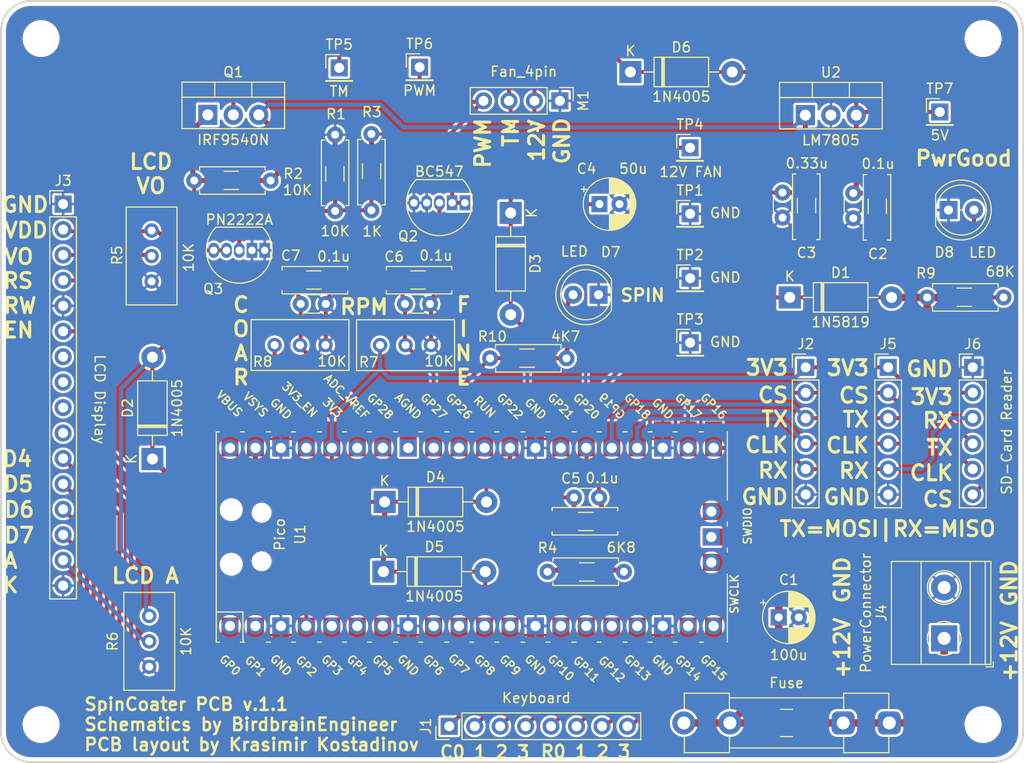
<source format=kicad_pcb>
(kicad_pcb (version 20240108) (generator "pcbnew") (generator_version "8.0")
  (title_block (title "Spin Coater") (date "2025-08-23") (rev "1.0") (company "Kicad layout by Krasimir Kostadinov") (comment 1 "Schematics by BirdbrainEngineer"))
  (layers (0 "F.Cu" signal) (31 "B.Cu" signal) (34 "B.Paste" user) (35 "F.Paste" user) (36 "B.SilkS" user "B.Silkscreen") (37 "F.SilkS" user "F.Silkscreen") (38 "B.Mask" user) (39 "F.Mask" user) (44 "Edge.Cuts" user))
  (net 0 "")
  (net 15 "GND")
  (net 16 "+12V")
  (net 17 "KEY_R2")
  (net 18 "KEY_R3")
  (net 19 "KEY_R0")
  (net 20 "KEY_C0")
  (net 21 "KEY_C3")
  (net 22 "KEY_R1")
  (net 23 "KEY_C2")
  (net 24 "KEY_C1")
  (net 25 "SPI0_CLK")
  (net 26 "SPI0_RX")
  (net 27 "SPI0_TX")
  (net 28 "SPI0_CS")
  (net 29 "+3.3V")
  (net 30 "LCD_D6")
  (net 31 "LCD_D4")
  (net 32 "LCD_EN")
  (net 33 "LCD_D5")
  (net 34 "LCD_D7")
  (net 35 "LCD_RS")
  (net 36 "FAN_PWM")
  (net 37 "FAN_TMETER")
  (net 38 "MANUAL_RPM_FINE")
  (net 39 "MANUAL_RPM_COARSE")
  (net 40 "FAN_EN")
  (net 41 "Net-(D8-A)")
  (net 42 "+5V")
  (net 43 "12V FAN")
  (net 44 "Net-(Q2-B)")
  (net 45 "VSYS")
  (net 46 "TMETER_OUT")
  (net 47 "Net-(D7-A)")
  (net 48 "LCD_A")
  (net 49 "LCD_VDD")
  (net 50 "LCD_VO")
  (net 51 "12V_LINE_IN")
  (net 52 "PWM_IN")
  (net 53 "Net-(Q1-G)")
  (net 54 "Net-(Q3-B)")
  (net 55 "Net-(U1-GPIO26_ADC0)")
  (net 56 "Vin")
  (footprint "Potentiometer_THT:Potentiometer_Bourns_3296W_Vertical" (layer "F.Cu") (at 97.73 84.42 -90)
    (property "Reference" "R5")
    (property "Value" "10K")
  )
  (footprint "BirdbrainSpinCoater:DualFootprint_R1206_Axial7.62" (layer "F.Cu") (at 141.15 113.43 180)
    (property "Reference" "R4")
    (property "Value" "6K8")
  )
  (footprint "Connector_PinHeader_2.54mm:PinHeader_1x01_P2.54mm_Vertical" (layer "F.Cu") (at 176.38 67.5)
    (property "Reference" "TP7")
    (property "Value" "5V")
  )
  (footprint "Connector_PinHeader_2.54mm:PinHeader_1x06_P2.54mm_Vertical" (layer "F.Cu") (at 163 93)
    (property "Reference" "J2")
    (property "Value" "SD-Card Reader")
  )
  (footprint "Connector_PinHeader_2.54mm:PinHeader_1x04_P2.54mm_Vertical" (layer "F.Cu") (at 138.47 66.39 -90)
    (property "Reference" "M1")
    (property "Value" "Fan_4pin")
  )
  (footprint "BirdbrainSpinCoater:D_DO-41_SOD81_SOD123_P10.16mm_Horizontal" (layer "F.Cu") (at 120.98 106.44)
    (property "Reference" "D4")
    (property "Value" "1N4005")
  )
  (footprint "Connector_PinHeader_2.54mm:PinHeader_1x08_P2.54mm_Vertical" (layer "F.Cu") (at 127.43 128.84 90)
    (property "Reference" "J1")
    (property "Value" "Keyboard")
  )
  (footprint "BirdbrainSpinCoater:DualFootprint_R1206_Axial7.62" (layer "F.Cu") (at 135.22 92.08)
    (property "Reference" "R10")
    (property "Value" "4K7")
  )
  (footprint "BirdbrainSpinCoater:DualFootprint_R1206_Axial7.62" (layer "F.Cu") (at 178.83 86)
    (property "Reference" "R9")
    (property "Value" "68K")
  )
  (footprint "BirdbrainSpinCoater:D_DO-41_SOD81_SOD123_P10.16mm_Horizontal" (layer "F.Cu") (at 145.51 63.51)
    (property "Reference" "D6")
    (property "Value" "1N4005")
  )
  (footprint "Connector_PinHeader_2.54mm:PinHeader_1x01_P2.54mm_Vertical" (layer "F.Cu") (at 151.46 71.08)
    (property "Reference" "TP4")
    (property "Value" "12V FAN")
  )
  (footprint "BirdbrainSpinCoater:D_DO-41_SOD81_SOD123_P10.16mm_Horizontal" (layer "F.Cu") (at 133.56 77.58 -90)
    (property "Reference" "D3")
    (property "Value" "1N4005")
  )
  (footprint "Fuse:Fuseholder_Clip-5x20mm_Littelfuse_100_Inline_P20.50x4.60mm_D1.30mm_Horizontal" (layer "F.Cu") (at 171.34 128.51 180)
    (property "Reference" "F1" (hide yes))
    (property "Value" "Fuse")
  )
  (footprint "Potentiometer_THT:Potentiometer_Bourns_3296W_Vertical" (layer "F.Cu") (at 110 90.78 180)
    (property "Reference" "R8")
    (property "Value" "10K")
  )
  (footprint "Connector_PinHeader_2.54mm:PinHeader_1x06_P2.54mm_Vertical" (layer "F.Cu") (at 171.23 93)
    (property "Reference" "J5")
    (property "Value" "SD-Card Reader" (hide yes))
  )
  (footprint "BirdbrainSpinCoater:DualFootprint_C1206_Radial" (layer "F.Cu") (at 124.32 84.28)
    (property "Reference" "C6")
    (property "Value" "0.1u")
  )
  (footprint "BirdbrainSpinCoater:DualFootprint_C1206_Radial" (layer "F.Cu") (at 163.08 76.86 -90)
    (property "Reference" "C3")
    (property "Value" "0.33u")
  )
  (footprint "BirdbrainSpinCoater:DualFootprint_C1206_Radial" (layer "F.Cu") (at 170.14 76.92 -90)
    (property "Reference" "C2")
    (property "Value" "0.1u")
  )
  (footprint "MountingHole:MountingHole_3.2mm_M3" (layer "F.Cu") (at 86.7 128.67)
    (property "Reference" "H2" (hide yes))
    (property "Value" "MountingHole" (hide yes))
  )
  (footprint "Connector_PinHeader_2.54mm:PinHeader_1x01_P2.54mm_Vertical" (layer "F.Cu") (at 124.47 63.03)
    (property "Reference" "TP6")
    (property "Value" "PWM")
  )
  (footprint "BirdbrainSpinCoater:DualFootprint_C1206_Radial" (layer "F.Cu") (at 113.92 84.28)
    (property "Reference" "C7")
    (property "Value" "0.1u")
  )
  (footprint "Capacitor_THT:CP_Radial_D5.0mm_P2.00mm" (layer "F.Cu") (at 142.42 76.7)
    (property "Reference" "C4")
    (property "Value" "50u")
  )
  (footprint "Connector_PinHeader_2.54mm:PinHeader_1x01_P2.54mm_Vertical" (layer "F.Cu") (at 151.47 77.67)
    (property "Reference" "TP1")
    (property "Value" "GND")
  )
  (footprint "Connector_PinHeader_2.54mm:PinHeader_1x01_P2.54mm_Vertical" (layer "F.Cu") (at 151.47 84.105)
    (property "Reference" "TP2")
    (property "Value" "GND")
  )
  (footprint "LED_THT:LED_D5.0mm" (layer "F.Cu") (at 177.255 77.29)
    (property "Reference" "D8")
    (property "Value" "LED")
  )
  (footprint "LED_THT:LED_D5.0mm" (layer "F.Cu") (at 142.33 85.75 180)
    (property "Reference" "D7")
    (property "Value" "LED")
  )
  (footprint "Capacitor_THT:CP_Radial_D5.0mm_P2.00mm" (layer "F.Cu") (at 160.31 117.97)
    (property "Reference" "C1")
    (property "Value" "100u")
  )
  (footprint "Connector_PinHeader_2.54mm:PinHeader_1x01_P2.54mm_Vertical" (layer "F.Cu") (at 116.45 63.1)
    (property "Reference" "TP5")
    (property "Value" "TM")
  )
  (footprint "BirdbrainSpinCoater:DualFootprint_R1206_Axial7.62" (layer "F.Cu") (at 116.02 73.68 90)
    (property "Reference" "R1")
    (property "Value" "10K")
  )
  (footprint "Potentiometer_THT:Potentiometer_Bourns_3296W_Vertical" (layer "F.Cu") (at 97.49 117.82 90)
    (property "Reference" "R6")
    (property "Value" "10K")
  )
  (footprint "BirdbrainSpinCoater:D_DO-41_SOD81_SOD123_P10.16mm_Horizontal" (layer "F.Cu") (at 120.86 113.4)
    (property "Reference" "D5")
    (property "Value" "1N4005")
  )
  (footprint "Package_TO_SOT_THT:TO-220-3_Vertical" (layer "F.Cu") (at 162.97 67.82)
    (property "Reference" "U2")
    (property "Value" "LM7805")
  )
  (footprint "Potentiometer_THT:Potentiometer_Bourns_3296W_Vertical" (layer "F.Cu") (at 125.61 90.78)
    (property "Reference" "R7")
    (property "Value" "10K")
  )
  (footprint "BirdbrainSpinCoater:DualFootprint_R1206_Axial7.62" (layer "F.Cu") (at 105.69 74.33)
    (property "Reference" "R2")
    (property "Value" "10K")
  )
  (footprint "MountingHole:MountingHole_3.2mm_M3" (layer "F.Cu") (at 86.7 60.17)
    (property "Reference" "H1" (hide yes))
    (property "Value" "MountingHole" (hide yes))
  )
  (footprint "Package_TO_SOT_THT:TO-220-3_Vertical" (layer "F.Cu") (at 103.34 67.79)
    (property "Reference" "Q1")
    (property "Value" "IRF9540N")
  )
  (footprint "BirdbrainSpinCoater:D_DO-41_SOD81_SOD123_P10.16mm_Horizontal" (layer "F.Cu") (at 161.41 86.02)
    (property "Reference" "D1")
    (property "Value" "1N5819")
  )
  (footprint "BirdbrainSpinCoater:DualFootprint_C1206_Radial" (layer "F.Cu") (at 141.07 108.39 180)
    (property "Reference" "C5")
    (property "Value" "0.1u")
  )
  (footprint "BirdbrainSpinCoater:TO-92_Dual" (layer "F.Cu") (at 107.74 81.32 180)
    (property "Reference" "Q3")
    (property "Value" "PN2222A")
  )
  (footprint "BirdbrainSpinCoater:D_DO-41_SOD81_SOD123_P10.16mm_Horizontal" (layer "F.Cu") (at 97.81 102.15 90)
    (property "Reference" "D2")
    (property "Value" "1N4005")
  )
  (footprint "Fuse:Fuse_1210_3225Metric" (layer "F.Cu") (at 161.09 128.51 180)
    (property "Reference" "F2" (hide yes))
    (property "Value" "Fuse" (hide yes))
  )
  (footprint "TerminalBlock_Phoenix:TerminalBlock_Phoenix_MKDS-1,5-2-5.08_1x02_P5.08mm_Horizontal" (layer "F.Cu") (at 176.815 120.065 90)
    (property "Reference" "J4")
    (property "Value" "PowerConnector")
  )
  (footprint "Connector_PinHeader_2.54mm:PinHeader_1x06_P2.54mm_Vertical" (layer "F.Cu") (at 179.667143 93)
    (property "Reference" "J6")
    (property "Value" "SD-Card Reader" (hide yes))
  )
  (footprint "MountingHole:MountingHole_3.2mm_M3" (layer "F.Cu") (at 180.7 60.17)
    (property "Reference" "H3" (hide yes))
    (property "Value" "MountingHole" (hide yes))
  )
  (footprint "BirdbrainSpinCoater:TO-92_Dual" (layer "F.Cu") (at 127.72 76.57 180)
    (property "Reference" "Q2")
    (property "Value" "BC547")
  )
  (footprint "MountingHole:MountingHole_3.2mm_M3" (layer "F.Cu") (at 180.7 128.67)
    (property "Reference" "H4" (hide yes))
    (property "Value" "MountingHole" (hide yes))
  )
  (footprint "Connector_PinHeader_2.54mm:PinHeader_1x16_P2.54mm_Vertical" (layer "F.Cu") (at 88.9 76.7)
    (property "Reference" "J3")
    (property "Value" "LCD Display")
  )
  (footprint "BirdbrainSpinCoater:DualFootprint_R1206_Axial7.62" (layer "F.Cu") (at 119.68 73.41 -90)
    (property "Reference" "R3")
    (property "Value" "1K")
  )
  (footprint "BirdbrainSpinCoater:RPi_Pico_SMD_TH" (layer "F.Cu") (at 129.68 109.94 90)
    (property "Reference" "U1")
    (property "Value" "Pico")
  )
  (footprint "Connector_PinHeader_2.54mm:PinHeader_1x01_P2.54mm_Vertical" (layer "F.Cu") (at 151.47 90.54)
    (property "Reference" "TP3")
    (property "Value" "GND")
  )
  (gr_arc (start 184.7 129.42) (mid 183.82132 131.54132) (end 181.7 132.42) (stroke (width 0.2)) (layer "Edge.Cuts"))
  (gr_line (start 82.7 129.42) (end 82.7 59.42) (stroke (width 0.2)) (layer "Edge.Cuts"))
  (gr_arc (start 82.7 59.42) (mid 83.57868 57.29868) (end 85.7 56.42) (stroke (width 0.2)) (layer "Edge.Cuts"))
  (gr_arc (start 85.7 132.42) (mid 83.57868 131.54132) (end 82.7 129.42) (stroke (width 0.2)) (layer "Edge.Cuts"))
  (gr_line (start 184.7 59.42) (end 184.7 129.42) (stroke (width 0.2)) (layer "Edge.Cuts"))
  (gr_line (start 181.7 132.42) (end 85.7 132.42) (stroke (width 0.2)) (layer "Edge.Cuts"))
  (gr_arc (start 181.7 56.42) (mid 183.82132 57.29868) (end 184.7 59.42) (stroke (width 0.2)) (layer "Edge.Cuts"))
  (gr_line (start 85.7 56.42) (end 181.7 56.42) (stroke (width 0.2)) (layer "Edge.Cuts"))
  (gr_text "SPIN" (at 144.39 86.54 0) (layer "F.SilkS") (effects (font (size 1.25 1.25) (thickness 0.25) (bold yes)) (justify left bottom)))
  (gr_text "GND" (at 172.877142 94.04 0) (layer "F.SilkS") (effects (font (size 1.5 1.5) (thickness 0.3) (bold yes)) (justify left bottom)))
  (gr_text "RPM" (at 118.93 87.84 0) (layer "F.SilkS") (effects (font (size 1.5 1.5) (thickness 0.3) (bold yes)) (justify bottom)))
  (gr_text "VDD" (at 82.85 80.19 0) (layer "F.SilkS") (effects (font (size 1.5 1.5) (thickness 0.3) (bold yes)) (justify left bottom)))
  (gr_text "CS" (at 166.152858 96.69 0) (layer "F.SilkS") (effects (font (size 1.5 1.5) (thickness 0.3) (bold yes)) (justify left bottom)))
  (gr_text "C\nO\nA\nR" (at 106.65 94.88 0) (layer "F.SilkS") (effects (font (size 1.5 1.5) (thickness 0.3) (bold yes)) (justify bottom)))
  (gr_text "R0 1 2 3" (at 136.44 132.11 0) (layer "F.SilkS") (effects (font (size 1.25 1.25) (thickness 0.25) (bold yes)) (justify left bottom)))
  (gr_text "TM" (at 134.45 71.15 90) (layer "F.SilkS") (effects (font (size 1.5 1.5) (thickness 0.3) (bold yes)) (justify left bottom)))
  (gr_text "TX" (at 166.510001 99.09 0) (layer "F.SilkS") (effects (font (size 1.5 1.5) (thickness 0.3) (bold yes)) (justify left bottom)))
  (gr_text "TX" (at 158.430001 99.06 0) (layer "F.SilkS") (effects (font (size 1.5 1.5) (thickness 0.3) (bold yes)) (justify left bottom)))
  (gr_text "RX" (at 174.52 99.19 0) (layer "F.SilkS") (effects (font (size 1.5 1.5) (thickness 0.3) (bold yes)) (justify left bottom)))
  (gr_text "GND" (at 82.63 77.64 0) (layer "F.SilkS") (effects (font (size 1.5 1.5) (thickness 0.3) (bold yes)) (justify left bottom)))
  (gr_text "RX" (at 166.152858 104.21 0) (layer "F.SilkS") (effects (font (size 1.5 1.5) (thickness 0.3) (bold yes)) (justify left bottom)))
  (gr_text "VO" (at 82.85 82.83 0) (layer "F.SilkS") (effects (font (size 1.5 1.5) (thickness 0.3) (bold yes)) (justify left bottom)))
  (gr_text "D6" (at 82.86 108.09 0) (layer "F.SilkS") (effects (font (size 1.5 1.5) (thickness 0.3) (bold yes)) (justify left bottom)))
  (gr_text "F\nI\nN\nE" (at 128.85 94.88 0) (layer "F.SilkS") (effects (font (size 1.5 1.5) (thickness 0.3) (bold yes)) (justify bottom)))
  (gr_text "+12V" (at 167.52 124.23 90) (layer "F.SilkS") (effects (font (size 1.5 1.5) (thickness 0.3) (bold yes)) (justify left bottom)))
  (gr_text "TX" (at 174.877143 101.89 0) (layer "F.SilkS") (effects (font (size 1.5 1.5) (thickness 0.3) (bold yes)) (justify left bottom)))
  (gr_text "K" (at 82.69 115.63 0) (layer "F.SilkS") (effects (font (size 1.5 1.5) (thickness 0.3) (bold yes)) (justify left bottom)))
  (gr_text "A" (at 82.82 113.18 0) (layer "F.SilkS") (effects (font (size 1.5 1.5) (thickness 0.3) (bold yes)) (justify left bottom)))
  (gr_text "RX" (at 158.072858 104.18 0) (layer "F.SilkS") (effects (font (size 1.5 1.5) (thickness 0.3) (bold yes)) (justify left bottom)))
  (gr_text "CS" (at 158.072858 96.66 0) (layer "F.SilkS") (effects (font (size 1.5 1.5) (thickness 0.3) (bold yes)) (justify left bottom)))
  (gr_text "+12V" (at 184.2 124.57 90) (layer "F.SilkS") (effects (font (size 1.5 1.5) (thickness 0.3) (bold yes)) (justify left bottom)))
  (gr_text "CS" (at 174.52 107.05 0) (layer "F.SilkS") (effects (font (size 1.5 1.5) (thickness 0.3) (bold yes)) (justify left bottom)))
  (gr_text "GND" (at 184.2 117.05 90) (layer "F.SilkS") (effects (font (size 1.5 1.5) (thickness 0.3) (bold yes)) (justify left bottom)))
  (gr_text "PwrGood" (at 173.79 73.01 0) (layer "F.SilkS") (effects (font (size 1.5 1.5) (thickness 0.3) (bold yes)) (justify left bottom)))
  (gr_text "D7" (at 82.85 110.66 0) (layer "F.SilkS") (effects (font (size 1.5 1.5) (thickness 0.3) (bold yes)) (justify left bottom)))
  (gr_text "LCD\nVO" (at 97.67 75.76 0) (layer "F.SilkS") (effects (font (size 1.5 1.5) (thickness 0.3) (bold yes)) (justify bottom)))
  (gr_text "CLK" (at 173.234285 104.43 0) (layer "F.SilkS") (effects (font (size 1.5 1.5) (thickness 0.3) (bold yes)) (justify left bottom)))
  (gr_text "D4" (at 82.65 103.02 0) (layer "F.SilkS") (effects (font (size 1.5 1.5) (thickness 0.3) (bold yes)) (justify left bottom)))
  (gr_text "GND" (at 167.52 116.71 90) (layer "F.SilkS") (effects (font (size 1.5 1.5) (thickness 0.3) (bold yes)) (justify left bottom)))
  (gr_text "GND" (at 139.55 72.88 90) (layer "F.SilkS") (effects (font (size 1.5 1.5) (thickness 0.3) (bold yes)) (justify left bottom)))
  (gr_text "3V3" (at 164.938573 93.93 0) (layer "F.SilkS") (effects (font (size 1.5 1.5) (thickness 0.3) (bold yes)) (justify left bottom)))
  (gr_text "C0 1 2 3" (at 126.37 132.15 0) (layer "F.SilkS") (effects (font (size 1.25 1.25) (thickness 0.25) (bold yes)) (justify left bottom)))
  (gr_text "D5" (at 82.76 105.54 0) (layer "F.SilkS") (effects (font (size 1.5 1.5) (thickness 0.3) (bold yes)) (justify left bottom)))
  (gr_text "GND" (at 164.62 106.84 0) (layer "F.SilkS") (effects (font (size 1.5 1.5) (thickness 0.3) (bold yes)) (justify left bottom)))
  (gr_text "SpinCoater PCB v.1.1\nSchematics by BirdbrainEngineer\nPCB layout by Krasimir Kostadinov" (at 90.88 131.4 0) (layer "F.SilkS") (effects (font (size 1.25 1.25) (thickness 0.25) (bold yes)) (justify left bottom)))
  (gr_text "3V3" (at 173.305715 96.82 0) (layer "F.SilkS") (effects (font (size 1.5 1.5) (thickness 0.3) (bold yes)) (justify left bottom)))
  (gr_text "12V" (at 137.04 72.62 90) (layer "F.SilkS") (effects (font (size 1.5 1.5) (thickness 0.3) (bold yes)) (justify left bottom)))
  (gr_text "RS" (at 82.74 85.23 0) (layer "F.SilkS") (effects (font (size 1.5 1.5) (thickness 0.3) (bold yes)) (justify left bottom)))
  (gr_text "CLK" (at 164.867143 101.66 0) (layer "F.SilkS") (effects (font (size 1.5 1.5) (thickness 0.3) (bold yes)) (justify left bottom)))
  (gr_text "EN" (at 82.79 90.17 0) (layer "F.SilkS") (effects (font (size 1.5 1.5) (thickness 0.3) (bold yes)) (justify left bottom)))
  (gr_text "GND" (at 156.43 106.82 0) (layer "F.SilkS") (effects (font (size 1.5 1.5) (thickness 0.3) (bold yes)) (justify left bottom)))
  (gr_text "RW" (at 82.79 87.73 0) (layer "F.SilkS") (effects (font (size 1.5 1.5) (thickness 0.3) (bold yes)) (justify left bottom)))
  (gr_text "LCD A" (at 93.59 114.69 0) (layer "F.SilkS") (effects (font (size 1.5 1.5) (thickness 0.3) (bold yes)) (justify left bottom)))
  (gr_text "PWM" (at 131.66 73.28 90) (layer "F.SilkS") (effects (font (size 1.5 1.5) (thickness 0.3) (bold yes)) (justify left bottom)))
  (gr_text "TX=MOSI|RX=MISO" (at 160.23 110.01 0) (layer "F.SilkS") (effects (font (size 1.5 1.5) (thickness 0.3) (bold yes)) (justify left bottom)))
  (gr_text "3V3" (at 156.858573 93.9 0) (layer "F.SilkS") (effects (font (size 1.5 1.5) (thickness 0.3) (bold yes)) (justify left bottom)))
  (gr_text "CLK" (at 156.787143 101.63 0) (layer "F.SilkS") (effects (font (size 1.5 1.5) (thickness 0.3) (bold yes)) (justify left bottom)))
  (segment (start 125.61 86.95) (end 125.61 90.78) (width 0.4) (layer "F.Cu") (net 15))
  (segment (start 125.87 86.31) (end 125.51 86.67) (width 0.4) (layer "F.Cu") (net 15))
  (segment (start 115.11 86.67) (end 115.11 90.75) (width 0.4) (layer "F.Cu") (net 15))
  (segment (start 115.47 84.28) (end 115.47 86.31) (width 0.4) (layer "F.Cu") (net 15))
  (segment (start 125.51 86.67) (end 125.51 86.85) (width 0.4) (layer "F.Cu") (net 15))
  (segment (start 115.47 86.31) (end 115.11 86.67) (width 0.4) (layer "F.Cu") (net 15))
  (segment (start 115.11 90.75) (end 115.08 90.78) (width 0.4) (layer "F.Cu") (net 15))
  (segment (start 125.51 86.85) (end 125.61 86.95) (width 0.4) (layer "F.Cu") (net 15))
  (segment (start 116.04 72.11) (end 116.02 72.13) (width 0.5) (layer "F.Cu") (net 15))
  (segment (start 125.87 84.28) (end 125.87 86.31) (width 0.4) (layer "F.Cu") (net 15))
  (segment (start 116.04 69.77) (end 116.04 72.11) (width 0.5) (layer "F.Cu") (net 15))
  (segment (start 182.07 88.89) (end 183.01 89.83) (width 0.75) (layer "F.Cu") (net 16))
  (segment (start 175.12 86.02) (end 175.12 88.02) (width 0.75) (layer "F.Cu") (net 16))
  (segment (start 175.99 88.89) (end 182.07 88.89) (width 0.75) (layer "F.Cu") (net 16))
  (segment (start 180.42 110.6) (end 161.67 110.6) (width 0.75) (layer "F.Cu") (net 16))
  (segment (start 175.12 86.02) (end 171.57 86.02) (width 0.75) (layer "F.Cu") (net 16))
  (segment (start 160.31 123.64) (end 160.31 117.97) (width 0.75) (layer "F.Cu") (net 16))
  (segment (start 175.12 88.02) (end 175.99 88.89) (width 0.75) (layer "F.Cu") (net 16))
  (segment (start 183.01 108.01) (end 180.42 110.6) (width 0.75) (layer "F.Cu") (net 16))
  (segment (start 155.44 128.51) (end 160.31 123.64) (width 0.75) (layer "F.Cu") (net 16))
  (segment (start 155.44 128.51) (end 150.84 128.51) (width 0.75) (layer "F.Cu") (net 16))
  (segment (start 183.01 89.83) (end 183.01 108.01) (width 0.75) (layer "F.Cu") (net 16))
  (segment (start 171.57 86.02) (end 168.65 86.02) (width 0.4) (layer "F.Cu") (net 16))
  (segment (start 177.26 86.02) (end 177.28 86) (width 0.75) (layer "F.Cu") (net 16))
  (segment (start 161.67 110.6) (end 160.31 111.96) (width 0.75) (layer "F.Cu") (net 16))
  (segment (start 159.69 128.51) (end 155.44 128.51) (width 0.75) (layer "F.Cu") (net 16))
  (segment (start 168.65 86.02) (end 168.62 85.99) (width 0.4) (layer "F.Cu") (net 16))
  (segment (start 160.31 111.96) (end 160.31 117.97) (width 0.75) (layer "F.Cu") (net 16))
  (segment (start 175.12 86.02) (end 177.26 86.02) (width 0.75) (layer "F.Cu") (net 16))
  (segment (start 138.57 122.78) (end 132.51 128.84) (width 0.4) (layer "F.Cu") (net 17))
  (segment (start 138.57 118.83) (end 138.57 122.78) (width 0.4) (layer "F.Cu") (net 17))
  (segment (start 141.11 122.78) (end 135.05 128.84) (width 0.4) (layer "F.Cu") (net 18))
  (segment (start 141.11 118.83) (end 141.11 122.78) (width 0.4) (layer "F.Cu") (net 18))
  (segment (start 130.95 125.32) (end 127.43 128.84) (width 0.4) (layer "F.Cu") (net 19))
  (segment (start 130.95 118.83) (end 130.95 125.32) (width 0.4) (layer "F.Cu") (net 19))
  (segment (start 143.65 122.78) (end 137.59 128.84) (width 0.4) (layer "F.Cu") (net 20))
  (segment (start 143.65 118.83) (end 143.65 122.78) (width 0.4) (layer "F.Cu") (net 20))
  (segment (start 149.31 125.09) (end 145.56 128.84) (width 0.4) (layer "F.Cu") (net 21))
  (segment (start 153.81 118.83) (end 153.81 123.58) (width 0.4) (layer "F.Cu") (net 21))
  (segment (start 145.56 128.84) (end 145.21 128.84) (width 0.4) (layer "F.Cu") (net 21))
  (segment (start 152.03 125.09) (end 149.31 125.09) (width 0.4) (layer "F.Cu") (net 21))
  (segment (start 153.81 123.58) (end 152.33 125.06) (width 0.4) (layer "F.Cu") (net 21))
  (segment (start 152.06 125.06) (end 152.03 125.09) (width 0.4) (layer "F.Cu") (net 21))
  (segment (start 152.33 125.06) (end 152.06 125.06) (width 0.4) (layer "F.Cu") (net 21))
  (segment (start 133.49 118.83) (end 133.49 125.32) (width 0.4) (layer "F.Cu") (net 22))
  (segment (start 133.49 125.32) (end 129.97 128.84) (width 0.4) (layer "F.Cu") (net 22))
  (segment (start 147.93 123.93) (end 143.02 128.84) (width 0.4) (layer "F.Cu") (net 23))
  (segment (start 150.59 123.93) (end 147.93 123.93) (width 0.4) (layer "F.Cu") (net 23))
  (segment (start 151.27 123.25) (end 150.59 123.93) (width 0.4) (layer "F.Cu") (net 23))
  (segment (start 143.02 128.84) (end 142.67 128.84) (width 0.4) (layer "F.Cu") (net 23))
  (segment (start 151.27 118.83) (end 151.27 123.25) (width 0.4) (layer "F.Cu") (net 23))
  (segment (start 146.19 118.83) (end 146.19 122.78) (width 0.4) (layer "F.Cu") (net 24))
  (segment (start 146.19 122.78) (end 140.13 128.84) (width 0.4) (layer "F.Cu") (net 24))
  (segment (start 163 100.62) (end 171.23 100.62) (width 0.4) (layer "F.Cu") (net 25))
  (segment (start 177.127143 100.62) (end 179.667143 103.16) (width 0.4) (layer "F.Cu") (net 25))
  (segment (start 171.23 100.62) (end 177.127143 100.62) (width 0.4) (layer "F.Cu") (net 25))
  (segment (start 160.53 98.15) (end 163 100.62) (width 0.4) (layer "B.Cu") (net 25))
  (segment (start 147.07 98.15) (end 160.53 98.15) (width 0.4) (layer "B.Cu") (net 25))
  (segment (start 146.19 101.05) (end 146.19 99.03) (width 0.4) (layer "B.Cu") (net 25))
  (segment (start 146.19 99.03) (end 147.07 98.15) (width 0.4) (layer "B.Cu") (net 25))
  (segment (start 163 103.16) (end 160.89 101.05) (width 0.4) (layer "F.Cu") (net 26))
  (segment (start 160.89 101.05) (end 153.81 101.05) (width 0.4) (layer "F.Cu") (net 26))
  (segment (start 163 103.16) (end 171.23 103.16) (width 0.4) (layer "F.Cu") (net 26))
  (segment (start 179.667143 98.08) (end 177.13 98.08) (width 0.4) (layer "B.Cu") (net 26))
  (segment (start 175.698572 99.511428) (end 175.698572 102.048572) (width 0.4) (layer "B.Cu") (net 26))
  (segment (start 174.587143 103.16) (end 171.23 103.16) (width 0.4) (layer "B.Cu") (net 26))
  (segment (start 175.698572 102.048572) (end 174.587143 103.16) (width 0.4) (layer "B.Cu") (net 26))
  (segment (start 177.13 98.08) (end 175.698572 99.511428) (width 0.4) (layer "B.Cu") (net 26))
  (segment (start 171.23 98.08) (end 177.127143 98.08) (width 0.4) (layer "F.Cu") (net 27))
  (segment (start 177.127143 98.08) (end 179.667143 100.62) (width 0.4) (layer "F.Cu") (net 27))
  (segment (start 163 98.08) (end 171.23 98.08) (width 0.4) (layer "F.Cu") (net 27))
  (segment (start 145.12 96.7) (end 161.62 96.7) (width 0.4) (layer "B.Cu") (net 27))
  (segment (start 143.65 101.05) (end 143.65 98.17) (width 0.4) (layer "B.Cu") (net 27))
  (segment (start 143.65 98.17) (end 145.12 96.7) (width 0.4) (layer "B.Cu") (net 27))
  (segment (start 161.62 96.7) (end 163 98.08) (width 0.4) (layer "B.Cu") (net 27))
  (segment (start 181.6 103.767143) (end 179.667143 105.7) (width 0.4) (layer "F.Cu") (net 28))
  (segment (start 181.6 97.54) (end 181.6 103.767143) (width 0.4) (layer "F.Cu") (net 28))
  (segment (start 152.62 95.54) (end 163 95.54) (width 0.4) (layer "F.Cu") (net 28))
  (segment (start 172.52 96.83) (end 180.89 96.83) (width 0.4) (layer "F.Cu") (net 28))
  (segment (start 180.89 96.83) (end 181.6 97.54) (width 0.4) (layer "F.Cu") (net 28))
  (segment (start 163 95.54) (end 171.23 95.54) (width 0.4) (layer "F.Cu") (net 28))
  (segment (start 151.27 101.05) (end 151.27 96.89) (width 0.4) (layer "F.Cu") (net 28))
  (segment (start 151.27 96.89) (end 152.62 95.54) (width 0.4) (layer "F.Cu") (net 28))
  (segment (start 171.23 95.54) (end 172.52 96.83) (width 0.4) (layer "F.Cu") (net 28))
  (segment (start 117.18 106.44) (end 120.98 106.44) (width 0.4) (layer "F.Cu") (net 29))
  (segment (start 110 90.78) (end 110 92.38) (width 0.4) (layer "F.Cu") (net 29))
  (segment (start 120.98 111.72) (end 120.98 106.44) (width 0.5) (layer "F.Cu") (net 29))
  (segment (start 171.23 93) (end 163 93) (width 0.4) (layer "F.Cu") (net 29))
  (segment (start 120.86 113.4) (end 120.86 111.84) (width 0.5) (layer "F.Cu") (net 29))
  (segment (start 179.667143 95.54) (end 173.77 95.54) (width 0.4) (layer "F.Cu") (net 29))
  (segment (start 115.71 101.05) (end 115.71 105.23) (width 0.4) (layer "F.Cu") (net 29))
  (segment (start 124.74 113.4) (end 124.77 113.37) (width 0.4) (layer "F.Cu") (net 29))
  (segment (start 124.89 106.41) (end 121.01 106.41) (width 0.4) (layer "F.Cu") (net 29))
  (segment (start 173.77 95.54) (end 171.23 93) (width 0.4) (layer "F.Cu") (net 29))
  (segment (start 120.86 113.4) (end 124.74 113.4) (width 0.4) (layer "F.Cu") (net 29))
  (segment (start 116.9 106.42) (end 117.16 106.42) (width 0.4) (layer "F.Cu") (net 29))
  (segment (start 115.71 105.23) (end 116.9 106.42) (width 0.4) (layer "F.Cu") (net 29))
  (segment (start 120.86 111.84) (end 120.98 111.72) (width 0.5) (layer "F.Cu") (net 29))
  (segment (start 117.16 106.42) (end 117.18 106.44) (width 0.4) (layer "F.Cu") (net 29))
  (segment (start 115.71 98.09) (end 115.71 101.05) (width 0.4) (layer "F.Cu") (net 29))
  (segment (start 110 92.38) (end 115.71 98.09) (width 0.4) (layer "F.Cu") (net 29))
  (segment (start 121.01 106.41) (end 120.98 106.44) (width 0.4) (layer "F.Cu") (net 29))
  (segment (start 120.53 93.16) (end 120.53 90.78) (width 0.4) (layer "B.Cu") (net 29))
  (segment (start 121.41 94.04) (end 120.53 93.16) (width 0.4) (layer "B.Cu") (net 29))
  (segment (start 161.96 94.04) (end 121.41 94.04) (width 0.4) (layer "B.Cu") (net 29))
  (segment (start 163 93) (end 161.96 94.04) (width 0.4) (layer "B.Cu") (net 29))
  (segment (start 115.71 101.05) (end 115.71 97.98) (width 0.4) (layer "B.Cu") (net 29))
  (segment (start 115.71 97.98) (end 120.53 93.16) (width 0.4) (layer "B.Cu") (net 29))
  (segment (start 120.57 128.43) (end 93.08 128.43) (width 0.4) (layer "F.Cu") (net 30))
  (segment (start 125.87 123.13) (end 120.57 128.43) (width 0.4) (layer "F.Cu") (net 30))
  (segment (start 91.94 127.29) (end 91.94 110.22) (width 0.4) (layer "F.Cu") (net 30))
  (segment (start 125.87 118.83) (end 125.87 123.13) (width 0.4) (layer "F.Cu") (net 30))
  (segment (start 93.08 128.43) (end 91.94 127.29) (width 0.4) (layer "F.Cu") (net 30))
  (segment (start 91.94 110.22) (end 88.9 107.18) (width 0.4) (layer "F.Cu") (net 30))
  (segment (start 118.25 118.83) (end 118.25 122.73) (width 0.4) (layer "F.Cu") (net 31))
  (segment (start 95.49 125.82) (end 94.51 124.84) (width 0.4) (layer "F.Cu") (net 31))
  (segment (start 94.51 107.71) (end 88.9 102.1) (width 0.4) (layer "F.Cu") (net 31))
  (segment (start 115.16 125.82) (end 95.49 125.82) (width 0.4) (layer "F.Cu") (net 31))
  (segment (start 94.51 124.84) (end 94.51 107.71) (width 0.4) (layer "F.Cu") (net 31))
  (segment (start 118.25 122.73) (end 115.16 125.82) (width 0.4) (layer "F.Cu") (net 31))
  (segment (start 95.68 123.92) (end 96.32 124.56) (width 0.4) (layer "F.Cu") (net 32))
  (segment (start 95.68 106.14) (end 95.68 123.92) (width 0.4) (layer "F.Cu") (net 32))
  (segment (start 88.9 89.4) (end 90.56 89.4) (width 0.4) (layer "F.Cu") (net 32))
  (segment (start 90.56 89.4) (end 91.17 90.01) (width 0.4) (layer "F.Cu") (net 32))
  (segment (start 91.17 101.63) (end 95.68 106.14) (width 0.4) (layer "F.Cu") (net 32))
  (segment (start 96.32 124.56) (end 112.96 124.56) (width 0.4) (layer "F.Cu") (net 32))
  (segment (start 112.96 124.56) (end 115.71 121.81) (width 0.4) (layer "F.Cu") (net 32))
  (segment (start 115.71 121.81) (end 115.71 118.83) (width 0.4) (layer "F.Cu") (net 32))
  (segment (start 91.17 90.01) (end 91.17 101.63) (width 0.4) (layer "F.Cu") (net 32))
  (segment (start 93.26 109) (end 93.26 125.97) (width 0.4) (layer "F.Cu") (net 33))
  (segment (start 88.9 104.64) (end 93.26 109) (width 0.4) (layer "F.Cu") (net 33))
  (segment (start 94.42 127.13) (end 116.96 127.13) (width 0.4) (layer "F.Cu") (net 33))
  (segment (start 120.79 123.3) (end 120.79 118.83) (width 0.4) (layer "F.Cu") (net 33))
  (segment (start 116.96 127.13) (end 120.79 123.3) (width 0.4) (layer "F.Cu") (net 33))
  (segment (start 93.26 125.97) (end 94.42 127.13) (width 0.4) (layer "F.Cu") (net 33))
  (segment (start 122.4 129.76) (end 128.41 123.75) (width 0.4) (layer "F.Cu") (net 34))
  (segment (start 90.61 111.43) (end 90.61 128.77) (width 0.4) (layer "F.Cu") (net 34))
  (segment (start 128.41 123.75) (end 128.41 118.83) (width 0.4) (layer "F.Cu") (net 34))
  (segment (start 91.6 129.76) (end 122.4 129.76) (width 0.4) (layer "F.Cu") (net 34))
  (segment (start 90.61 128.77) (end 91.6 129.76) (width 0.4) (layer "F.Cu") (net 34))
  (segment (start 88.9 109.72) (end 90.61 111.43) (width 0.4) (layer "F.Cu") (net 34))
  (segment (start 102.24 115.41) (end 101.3 114.47) (width 0.4) (layer "F.Cu") (net 35))
  (segment (start 93.65 101.34) (end 93.65 85.1) (width 0.4) (layer "F.Cu") (net 35))
  (segment (start 113.17 118.83) (end 113.17 116.6) (width 0.4) (layer "F.Cu") (net 35))
  (segment (start 113.17 116.6) (end 111.98 115.41) (width 0.4) (layer "F.Cu") (net 35))
  (segment (start 92.87 84.32) (end 88.9 84.32) (width 0.4) (layer "F.Cu") (net 35))
  (segment (start 111.98 115.41) (end 102.24 115.41) (width 0.4) (layer "F.Cu") (net 35))
  (segment (start 93.65 85.1) (end 92.87 84.32) (width 0.4) (layer "F.Cu") (net 35))
  (segment (start 101.3 108.99) (end 93.65 101.34) (width 0.4) (layer "F.Cu") (net 35))
  (segment (start 101.3 114.47) (end 101.3 108.99) (width 0.4) (layer "F.Cu") (net 35))
  (segment (start 139.88 106) (end 139.88 108.03) (width 0.5) (layer "F.Cu") (net 36))
  (segment (start 139.88 108.03) (end 139.52 108.39) (width 0.5) (layer "F.Cu") (net 36))
  (segment (start 131.14 104.43) (end 131.14 106.44) (width 0.4) (layer "F.Cu") (net 36))
  (segment (start 138.44 106) (end 133.49 101.05) (width 0.4) (layer "F.Cu") (net 36))
  (segment (start 128.19 106.41) (end 131.11 106.41) (width 0.4) (layer "F.Cu") (net 36))
  (segment (start 139.52 108.39) (end 139.62 108.49) (width 0.5) (layer "F.Cu") (net 36))
  (segment (start 131.11 106.41) (end 131.14 106.44) (width 0.4) (layer "F.Cu") (net 36))
  (segment (start 139.62 113.26) (end 137.28 113.26) (width 0.5) (layer "F.Cu") (net 36))
  (segment (start 139.88 106) (end 138.44 106) (width 0.4) (layer "F.Cu") (net 36))
  (segment (start 133.49 101.05) (end 133.49 102.08) (width 0.4) (layer "F.Cu") (net 36))
  (segment (start 137.58 113.68) (end 137.56 113.66) (width 0.5) (layer "F.Cu") (net 36))
  (segment (start 139.62 108.49) (end 139.62 113.26) (width 0.5) (layer "F.Cu") (net 36))
  (segment (start 133.49 102.08) (end 131.14 104.43) (width 0.4) (layer "F.Cu") (net 36))
  (segment (start 135.23 89.41) (end 135.23 95.78) (width 0.4) (layer "F.Cu") (net 37))
  (segment (start 138.57 99.12) (end 138.57 101.05) (width 0.4) (layer "F.Cu") (net 37))
  (segment (start 135.23 95.78) (end 138.57 99.12) (width 0.4) (layer "F.Cu") (net 37))
  (segment (start 133.56 84.82) (end 133.59 84.79) (width 0.4) (layer "F.Cu") (net 37))
  (segment (start 133.56 87.74) (end 133.56 84.82) (width 0.4) (layer "F.Cu") (net 37))
  (segment (start 133.56 87.74) (end 135.23 89.41) (width 0.4) (layer "F.Cu") (net 37))
  (segment (start 122.77 84.28) (end 122.77 86.43) (width 0.4) (layer "F.Cu") (net 38))
  (segment (start 122.77 86.43) (end 123.01 86.67) (width 0.4) (layer "F.Cu") (net 38))
  (segment (start 125.87 93.58) (end 125.87 101.05) (width 0.4) (layer "F.Cu") (net 38))
  (segment (start 123.01 90.72) (end 123.07 90.78) (width 0.4) (layer "F.Cu") (net 38))
  (segment (start 123.07 90.78) (end 125.87 93.58) (width 0.4) (layer "F.Cu") (net 38))
  (segment (start 123.01 86.67) (end 123.01 90.72) (width 0.4) (layer "F.Cu") (net 38))
  (segment (start 120.79 99.17) (end 120.79 101.05) (width 0.4) (layer "F.Cu") (net 39))
  (segment (start 112.54 90.92) (end 120.79 99.17) (width 0.4) (layer "F.Cu") (net 39))
  (segment (start 112.54 90.78) (end 112.54 90.92) (width 0.4) (layer "F.Cu") (net 39))
  (segment (start 112.61 90.71) (end 112.54 90.78) (width 0.4) (layer "F.Cu") (net 39))
  (segment (start 112.37 86.43) (end 112.61 86.67) (width 0.4) (layer "F.Cu") (net 39))
  (segment (start 112.37 84.28) (end 112.37 86.43) (width 0.4) (layer "F.Cu") (net 39))
  (segment (start 112.61 86.67) (end 112.61 90.71) (width 0.4) (layer "F.Cu") (net 39))
  (segment (start 141.05 100.99) (end 141.05 84.43) (width 0.3) (layer "F.Cu") (net 40))
  (segment (start 131.02 115.155) (end 131.02 113.4) (width 0.4) (layer "F.Cu") (net 40))
  (segment (start 141.11 101.05) (end 141.05 100.99) (width 0.3) (layer "F.Cu") (net 40))
  (segment (start 121.28 69.7) (end 119.66 69.7) (width 0.3) (layer "F.Cu") (net 40))
  (segment (start 141.13 115.35) (end 140.46 116.02) (width 0.4) (layer "F.Cu") (net 40))
  (segment (start 131.885 116.02) (end 131.02 115.155) (width 0.4) (layer "F.Cu") (net 40))
  (segment (start 128 83.39) (end 122.02 77.41) (width 0.3) (layer "F.Cu") (net 40))
  (segment (start 140.01 83.39) (end 128 83.39) (width 0.3) (layer "F.Cu") (net 40))
  (segment (start 128.1 113.4) (end 128.07 113.37) (width 0.4) (layer "F.Cu") (net 40))
  (segment (start 122.02 70.44) (end 121.28 69.7) (width 0.3) (layer "F.Cu") (net 40))
  (segment (start 122.02 77.41) (end 122.02 70.44) (width 0.3) (layer "F.Cu") (net 40))
  (segment (start 141.13 101.07) (end 141.13 115.35) (width 0.4) (layer "F.Cu") (net 40))
  (segment (start 141.05 84.43) (end 140.01 83.39) (width 0.3) (layer "F.Cu") (net 40))
  (segment (start 140.46 116.02) (end 131.885 116.02) (width 0.4) (layer "F.Cu") (net 40))
  (segment (start 119.68 71.86) (end 119.68 69.72) (width 0.5) (layer "F.Cu") (net 40))
  (segment (start 141.11 101.05) (end 141.13 101.07) (width 0.4) (layer "F.Cu") (net 40))
  (segment (start 119.68 69.72) (end 119.66 69.7) (width 0.5) (layer "F.Cu") (net 40))
  (segment (start 131.02 113.4) (end 128.1 113.4) (width 0.4) (layer "F.Cu") (net 40))
  (segment (start 179.795 77.29) (end 179.795 85.415) (width 0.4) (layer "F.Cu") (net 41))
  (segment (start 182.74 86.02) (end 180.4 86.02) (width 0.4) (layer "F.Cu") (net 41))
  (segment (start 180.4 86.02) (end 180.38 86) (width 0.4) (layer "F.Cu") (net 41))
  (segment (start 179.795 85.415) (end 180.38 86) (width 0.4) (layer "F.Cu") (net 41))
  (segment (start 169.9 75.61) (end 170.14 75.37) (width 0.5) (layer "F.Cu") (net 42))
  (segment (start 166.6 63.51) (end 168.11 65.02) (width 0.4) (layer "F.Cu") (net 42))
  (segment (start 168.37 67.5) (end 168.05 67.82) (width 0.4) (layer "F.Cu") (net 42))
  (segment (start 168.05 67.82) (end 168.05 75.31) (width 0.5) (layer "F.Cu") (net 42))
  (segment (start 155.67 63.51) (end 152.75 63.51) (width 0.4) (layer "F.Cu") (net 42))
  (segment (start 168.11 65.02) (end 168.05 65.08) (width 0.4) (layer "F.Cu") (net 42))
  (segment (start 176.38 67.5) (end 168.37 67.5) (width 0.4) (layer "F.Cu") (net 42))
  (segment (start 152.75 63.51) (end 152.72 63.48) (width 0.4) (layer "F.Cu") (net 42))
  (segment (start 168.05 75.31) (end 167.75 75.61) (width 0.5) (layer "F.Cu") (net 42))
  (segment (start 155.67 63.51) (end 166.6 63.51) (width 0.4) (layer "F.Cu") (net 42))
  (segment (start 168.05 65.08) (end 168.05 67.82) (width 0.4) (layer "F.Cu") (net 42))
  (segment (start 167.75 75.61) (end 169.9 75.61) (width 0.5) (layer "F.Cu") (net 42))
  (segment (start 107.24 59.94) (end 133.94 59.94) (width 0.4) (layer "F.Cu") (net 43))
  (segment (start 105.88 67.79) (end 105.88 61.3) (width 0.4) (layer "F.Cu") (net 43))
  (segment (start 105.88 61.3) (end 107.24 59.94) (width 0.4) (layer "F.Cu") (net 43))
  (segment (start 136.01 71.08) (end 135.93 71.16) (width 0.4) (layer "F.Cu") (net 43))
  (segment (start 142.42 76.7) (end 137.71 76.7) (width 0.4) (layer "F.Cu") (net 43))
  (segment (start 137.71 76.7) (end 135.93 74.92) (width 0.4) (layer "F.Cu") (net 43))
  (segment (start 135.93 61.93) (end 135.93 66.39) (width 0.4) (layer "F.Cu") (net 43))
  (segment (start 135.93 74.92) (end 135.93 71.16) (width 0.4) (layer "F.Cu") (net 43))
  (segment (start 135.93 71.16) (end 135.93 66.39) (width 0.4) (layer "F.Cu") (net 43))
  (segment (start 133.94 59.94) (end 135.93 61.93) (width 0.4) (layer "F.Cu") (net 43))
  (segment (start 151.46 71.08) (end 136.01 71.08) (width 0.4) (layer "F.Cu") (net 43))
  (segment (start 142.36 95.32) (end 142.36 105.98) (width 0.4) (layer "F.Cu") (net 44))
  (segment (start 144.09 82.54) (end 144.52 82.97) (width 0.4) (layer "F.Cu") (net 44))
  (segment (start 142.62 108.39) (end 142.62 106.24) (width 0.5) (layer "F.Cu") (net 44))
  (segment (start 144.88 113.24) (end 142.74 113.24) (width 0.5) (layer "F.Cu") (net 44))
  (segment (start 126.45 78.34) (end 130.65 82.54) (width 0.4) (layer "F.Cu") (net 44))
  (segment (start 130.65 82.54) (end 144.09 82.54) (width 0.4) (layer "F.Cu") (net 44))
  (segment (start 142.62 106.24) (end 142.38 106) (width 0.5) (layer "F.Cu") (net 44))
  (segment (start 142.36 105.98) (end 142.38 106) (width 0.4) (layer "F.Cu") (net 44))
  (segment (start 144.52 93.16) (end 142.36 95.32) (width 0.4) (layer "F.Cu") (net 44))
  (segment (start 126.45 76.57) (end 126.45 78.34) (width 0.4) (layer "F.Cu") (net 44))
  (segment (start 142.72 108.49) (end 142.62 108.39) (width 0.5) (layer "F.Cu") (net 44))
  (segment (start 144.52 82.97) (end 144.52 93.16) (width 0.4) (layer "F.Cu") (net 44))
  (segment (start 142.72 113.26) (end 142.72 108.49) (width 0.5) (layer "F.Cu") (net 44))
  (segment (start 142.74 113.24) (end 142.72 113.26) (width 0.5) (layer "F.Cu") (net 44))
  (segment (start 108.09 102.58) (end 108.09 101.05) (width 0.5) (layer "F.Cu") (net 45))
  (segment (start 97.81 102.15) (end 97.81 98.27) (width 0.4) (layer "F.Cu") (net 45))
  (segment (start 106.77 103.9) (end 108.09 102.58) (width 0.5) (layer "F.Cu") (net 45))
  (segment (start 97.81 102.15) (end 99.56 103.9) (width 0.5) (layer "F.Cu") (net 45))
  (segment (start 97.81 98.27) (end 97.78 98.24) (width 0.4) (layer "F.Cu") (net 45))
  (segment (start 99.56 103.9) (end 106.77 103.9) (width 0.5) (layer "F.Cu") (net 45))
  (segment (start 133.56 77.58) (end 133.56 66.56) (width 0.4) (layer "F.Cu") (net 46))
  (segment (start 133.56 66.56) (end 133.39 66.39) (width 0.4) (layer "F.Cu") (net 46))
  (segment (start 131.62 61.09) (end 133.39 62.86) (width 0.4) (layer "F.Cu") (net 46))
  (segment (start 116.45 61.79) (end 117.15 61.09) (width 0.4) (layer "F.Cu") (net 46))
  (segment (start 133.56 81.46) (end 133.59 81.49) (width 0.4) (layer "F.Cu") (net 46))
  (segment (start 133.56 77.58) (end 133.56 81.46) (width 0.4) (layer "F.Cu") (net 46))
  (segment (start 117.15 61.09) (end 131.62 61.09) (width 0.4) (layer "F.Cu") (net 46))
  (segment (start 116.45 63.1) (end 116.45 61.79) (width 0.4) (layer "F.Cu") (net 46))
  (segment (start 133.39 62.86) (end 133.39 66.39) (width 0.4) (layer "F.Cu") (net 46))
  (segment (start 139.13 92.1) (end 139.13 91.26) (width 0.4) (layer "F.Cu") (net 47))
  (segment (start 139.29 86.25) (end 139.79 85.75) (width 0.4) (layer "F.Cu") (net 47))
  (segment (start 136.79 92.1) (end 136.77 92.08) (width 0.4) (layer "F.Cu") (net 47))
  (segment (start 139.13 92.1) (end 136.79 92.1) (width 0.4) (layer "F.Cu") (net 47))
  (segment (start 139.29 91.1) (end 139.29 86.25) (width 0.4) (layer "F.Cu") (net 47))
  (segment (start 139.13 91.26) (end 139.29 91.1) (width 0.4) (layer "F.Cu") (net 47))
  (segment (start 97 120.36) (end 97.49 120.36) (width 0.4) (layer "B.Cu") (net 48))
  (segment (start 88.9 112.26) (end 97 120.36) (width 0.4) (layer "B.Cu") (net 48))
  (segment (start 97.65 79.42) (end 97.73 79.34) (width 0.4) (layer "F.Cu") (net 49))
  (segment (start 97.81 94.91) (end 97.78 94.94) (width 0.4) (layer "F.Cu") (net 49))
  (segment (start 89.08 79.42) (end 97.65 79.42) (width 0.4) (layer "F.Cu") (net 49))
  (segment (start 100.26 81.37) (end 98.23 79.34) (width 0.4) (layer "F.Cu") (net 49))
  (segment (start 94.92 58.31) (end 93.39 59.84) (width 0.4) (layer "F.Cu") (net 49))
  (segment (start 145.51 63.51) (end 140.31 58.31) (width 0.4) (layer "F.Cu") (net 49))
  (segment (start 93.39 59.84) (end 93.39 79.42) (width 0.4) (layer "F.Cu") (net 49))
  (segment (start 149.39 63.51) (end 149.42 63.48) (width 0.4) (layer "F.Cu") (net 49))
  (segment (start 88.9 79.24) (end 89.08 79.42) (width 0.4) (layer "F.Cu") (net 49))
  (segment (start 97.81 91.99) (end 100.26 89.54) (width 0.4) (layer "F.Cu") (net 49))
  (segment (start 140.31 58.31) (end 94.92 58.31) (width 0.4) (layer "F.Cu") (net 49))
  (segment (start 145.51 63.51) (end 149.39 63.51) (width 0.4) (layer "F.Cu") (net 49))
  (segment (start 100.26 89.54) (end 100.26 81.37) (width 0.4) (layer "F.Cu") (net 49))
  (segment (start 97.81 91.99) (end 97.81 94.91) (width 0.4) (layer "F.Cu") (net 49))
  (segment (start 98.23 79.34) (end 97.73 79.34) (width 0.4) (layer "F.Cu") (net 49))
  (segment (start 94.68 95.12) (end 97.81 91.99) (width 0.4) (layer "B.Cu") (net 49))
  (segment (start 97.18 113.65) (end 94.68 111.15) (width 0.4) (layer "B.Cu") (net 49))
  (segment (start 97.18 117.51) (end 97.18 113.65) (width 0.4) (layer "B.Cu") (net 49))
  (segment (start 94.68 111.15) (end 94.68 95.12) (width 0.4) (layer "B.Cu") (net 49))
  (segment (start 97.49 117.82) (end 97.18 117.51) (width 0.4) (layer "B.Cu") (net 49))
  (segment (start 88.9 81.78) (end 97.63 81.78) (width 0.4) (layer "F.Cu") (net 50))
  (segment (start 97.63 81.78) (end 97.73 81.88) (width 0.4) (layer "F.Cu") (net 50))
  (segment (start 171.34 128.51) (end 166.74 128.51) (width 0.75) (layer "F.Cu") (net 51))
  (segment (start 176.815 120.065) (end 176.815 125.545) (width 0.75) (layer "F.Cu") (net 51))
  (segment (start 176.815 125.545) (end 173.85 128.51) (width 0.75) (layer "F.Cu") (net 51))
  (segment (start 166.74 128.51) (end 162.49 128.51) (width 0.75) (layer "F.Cu") (net 51))
  (segment (start 173.85 128.51) (end 171.34 128.51) (width 0.75) (layer "F.Cu") (net 51))
  (segment (start 124.47 64.28) (end 126.68 66.49) (width 0.4) (layer "F.Cu") (net 52))
  (segment (start 128.99 76.57) (end 127.72 76.57) (width 0.4) (layer "F.Cu") (net 52))
  (segment (start 126.68 66.49) (end 130.75 66.49) (width 0.4) (layer "F.Cu") (net 52))
  (segment (start 124.47 63.03) (end 124.47 64.28) (width 0.4) (layer "F.Cu") (net 52))
  (segment (start 130.75 66.49) (end 130.85 66.39) (width 0.4) (layer "F.Cu") (net 52))
  (segment (start 127.72 76.57) (end 127.72 69.52) (width 0.4) (layer "F.Cu") (net 52))
  (segment (start 127.72 69.52) (end 130.85 66.39) (width 0.4) (layer "F.Cu") (net 52))
  (segment (start 101.98 74.35) (end 101.84 74.21) (width 0.5) (layer "F.Cu") (net 53))
  (segment (start 103.93 81.32) (end 102.87 81.32) (width 0.4) (layer "F.Cu") (net 53))
  (segment (start 102.87 81.32) (end 101.98 80.43) (width 0.4) (layer "F.Cu") (net 53))
  (segment (start 101.84 74.21) (end 101.84 69.29) (width 0.5) (layer "F.Cu") (net 53))
  (segment (start 105.2 81.32) (end 103.93 81.32) (width 0.4) (layer "F.Cu") (net 53))
  (segment (start 104.12 74.35) (end 104.14 74.33) (width 0.5) (layer "F.Cu") (net 53))
  (segment (start 101.98 80.43) (end 101.98 74.35) (width 0.4) (layer "F.Cu") (net 53))
  (segment (start 101.98 74.35) (end 104.12 74.35) (width 0.5) (layer "F.Cu") (net 53))
  (segment (start 101.84 69.29) (end 103.34 67.79) (width 0.5) (layer "F.Cu") (net 53))
  (segment (start 119.66 77.32) (end 119.66 74.98) (width 0.4) (layer "F.Cu") (net 54))
  (segment (start 119.66 77.32) (end 116.11 77.32) (width 0.4) (layer "F.Cu") (net 54))
  (segment (start 106.47 78.15) (end 107.23 77.39) (width 0.4) (layer "F.Cu") (net 54))
  (segment (start 116.04 75.25) (end 116.02 75.23) (width 0.4) (layer "F.Cu") (net 54))
  (segment (start 116.04 77.39) (end 116.04 75.25) (width 0.4) (layer "F.Cu") (net 54))
  (segment (start 116.04 77.39) (end 107.23 77.39) (width 0.4) (layer "F.Cu") (net 54))
  (segment (start 106.47 81.32) (end 106.47 78.15) (width 0.4) (layer "F.Cu") (net 54))
  (segment (start 119.66 74.98) (end 119.68 74.96) (width 0.4) (layer "F.Cu") (net 54))
  (segment (start 116.11 77.32) (end 116.04 77.39) (width 0.4) (layer "F.Cu") (net 54))
  (segment (start 133.67 92.08) (end 131.53 92.08) (width 0.4) (layer "F.Cu") (net 55))
  (segment (start 128.41 95.2) (end 128.41 101.05) (width 0.4) (layer "F.Cu") (net 55))
  (segment (start 131.53 92.08) (end 131.51 92.1) (width 0.4) (layer "F.Cu") (net 55))
  (segment (start 131.51 92.1) (end 128.41 95.2) (width 0.4) (layer "F.Cu") (net 55))
  (segment (start 159.25 85.98) (end 159.47 85.98) (width 0.4) (layer "F.Cu") (net 56))
  (segment (start 162.84 75.55) (end 163.08 75.31) (width 0.5) (layer "F.Cu") (net 56))
  (segment (start 159.47 85.98) (end 159.51 86.02) (width 0.4) (layer "F.Cu") (net 56))
  (segment (start 109.6 74.35) (end 110.28 73.67) (width 0.5) (layer "F.Cu") (net 56))
  (segment (start 110.28 69.65) (end 108.42 67.79) (width 0.5) (layer "F.Cu") (net 56))
  (segment (start 160.69 75.55) (end 162.84 75.55) (width 0.5) (layer "F.Cu") (net 56))
  (segment (start 158.5 76.28) (end 158.5 85.23) (width 0.4) (layer "F.Cu") (net 56))
  (segment (start 162.97 75.2) (end 163.08 75.31) (width 0.5) (layer "F.Cu") (net 56))
  (segment (start 110.28 73.67) (end 110.28 69.65) (width 0.5) (layer "F.Cu") (net 56))
  (segment (start 162.97 67.82) (end 162.97 75.2) (width 0.5) (layer "F.Cu") (net 56))
  (segment (start 159.51 86.02) (end 161.41 86.02) (width 0.4) (layer "F.Cu") (net 56))
  (segment (start 165.29 86.02) (end 165.32 85.99) (width 0.4) (layer "F.Cu") (net 56))
  (segment (start 159.23 75.55) (end 158.5 76.28) (width 0.4) (layer "F.Cu") (net 56))
  (segment (start 158.5 85.23) (end 159.25 85.98) (width 0.4) (layer "F.Cu") (net 56))
  (segment (start 160.69 75.55) (end 159.23 75.55) (width 0.4) (layer "F.Cu") (net 56))
  (segment (start 107.26 74.35) (end 107.24 74.33) (width 0.5) (layer "F.Cu") (net 56))
  (segment (start 161.41 86.02) (end 165.29 86.02) (width 0.4) (layer "F.Cu") (net 56))
  (segment (start 109.6 74.35) (end 107.26 74.35) (width 0.5) (layer "F.Cu") (net 56))
  (segment (start 109.44 66.77) (end 108.42 67.79) (width 0.4) (layer "B.Cu") (net 56))
  (segment (start 120.59 66.77) (end 109.44 66.77) (width 0.4) (layer "B.Cu") (net 56))
  (segment (start 162.97 67.82) (end 161.76 69.03) (width 0.4) (layer "B.Cu") (net 56))
  (segment (start 161.76 69.03) (end 122.85 69.03) (width 0.4) (layer "B.Cu") (net 56))
  (segment (start 122.85 69.03) (end 120.59 66.77) (width 0.4) (layer "B.Cu") (net 56))
  (zone (net 15) (net_name "GND") (layers "F.Cu" "B.Cu") (connect_pads (clearance 0.25)) (min_thickness 0.25) (fill yes (thermal_gap 0.25) (thermal_bridge_width 0.25))
    (polygon (pts (xy 82.6 56.32) (xy 184.8 56.32) (xy 184.8 132.52) (xy 82.6 132.52)))
  )
)
</source>
